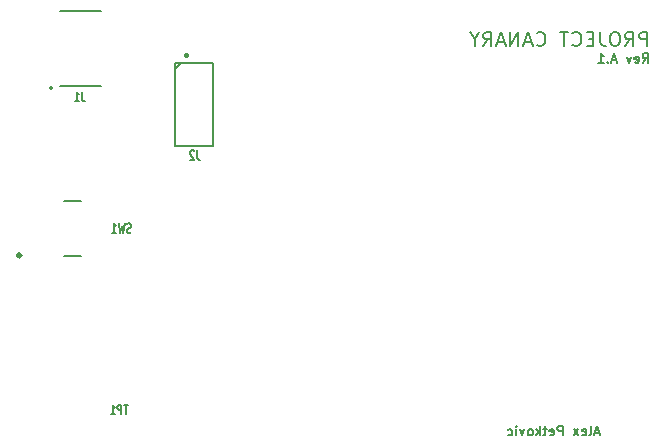
<source format=gbo>
G04 #@! TF.GenerationSoftware,KiCad,Pcbnew,(5.1.9)-1*
G04 #@! TF.CreationDate,2021-03-02T14:01:06-05:00*
G04 #@! TF.ProjectId,Canary,43616e61-7279-42e6-9b69-6361645f7063,A.1*
G04 #@! TF.SameCoordinates,Original*
G04 #@! TF.FileFunction,Legend,Bot*
G04 #@! TF.FilePolarity,Positive*
%FSLAX46Y46*%
G04 Gerber Fmt 4.6, Leading zero omitted, Abs format (unit mm)*
G04 Created by KiCad (PCBNEW (5.1.9)-1) date 2021-03-02 14:01:06*
%MOMM*%
%LPD*%
G01*
G04 APERTURE LIST*
%ADD10C,0.150000*%
%ADD11C,0.200000*%
%ADD12C,0.300000*%
%ADD13C,0.152400*%
G04 APERTURE END LIST*
D10*
X169219047Y-82961904D02*
X169485714Y-82580952D01*
X169676190Y-82961904D02*
X169676190Y-82161904D01*
X169371428Y-82161904D01*
X169295238Y-82200000D01*
X169257142Y-82238095D01*
X169219047Y-82314285D01*
X169219047Y-82428571D01*
X169257142Y-82504761D01*
X169295238Y-82542857D01*
X169371428Y-82580952D01*
X169676190Y-82580952D01*
X168571428Y-82923809D02*
X168647619Y-82961904D01*
X168800000Y-82961904D01*
X168876190Y-82923809D01*
X168914285Y-82847619D01*
X168914285Y-82542857D01*
X168876190Y-82466666D01*
X168800000Y-82428571D01*
X168647619Y-82428571D01*
X168571428Y-82466666D01*
X168533333Y-82542857D01*
X168533333Y-82619047D01*
X168914285Y-82695238D01*
X168266666Y-82428571D02*
X168076190Y-82961904D01*
X167885714Y-82428571D01*
X167009523Y-82733333D02*
X166628571Y-82733333D01*
X167085714Y-82961904D02*
X166819047Y-82161904D01*
X166552380Y-82961904D01*
X166285714Y-82885714D02*
X166247619Y-82923809D01*
X166285714Y-82961904D01*
X166323809Y-82923809D01*
X166285714Y-82885714D01*
X166285714Y-82961904D01*
X165485714Y-82961904D02*
X165942857Y-82961904D01*
X165714285Y-82961904D02*
X165714285Y-82161904D01*
X165790476Y-82276190D01*
X165866666Y-82352380D01*
X165942857Y-82390476D01*
X165546666Y-114283333D02*
X165165714Y-114283333D01*
X165622857Y-114511904D02*
X165356190Y-113711904D01*
X165089523Y-114511904D01*
X164708571Y-114511904D02*
X164784761Y-114473809D01*
X164822857Y-114397619D01*
X164822857Y-113711904D01*
X164099047Y-114473809D02*
X164175238Y-114511904D01*
X164327619Y-114511904D01*
X164403809Y-114473809D01*
X164441904Y-114397619D01*
X164441904Y-114092857D01*
X164403809Y-114016666D01*
X164327619Y-113978571D01*
X164175238Y-113978571D01*
X164099047Y-114016666D01*
X164060952Y-114092857D01*
X164060952Y-114169047D01*
X164441904Y-114245238D01*
X163794285Y-114511904D02*
X163375238Y-113978571D01*
X163794285Y-113978571D02*
X163375238Y-114511904D01*
X162460952Y-114511904D02*
X162460952Y-113711904D01*
X162156190Y-113711904D01*
X162080000Y-113750000D01*
X162041904Y-113788095D01*
X162003809Y-113864285D01*
X162003809Y-113978571D01*
X162041904Y-114054761D01*
X162080000Y-114092857D01*
X162156190Y-114130952D01*
X162460952Y-114130952D01*
X161356190Y-114473809D02*
X161432380Y-114511904D01*
X161584761Y-114511904D01*
X161660952Y-114473809D01*
X161699047Y-114397619D01*
X161699047Y-114092857D01*
X161660952Y-114016666D01*
X161584761Y-113978571D01*
X161432380Y-113978571D01*
X161356190Y-114016666D01*
X161318095Y-114092857D01*
X161318095Y-114169047D01*
X161699047Y-114245238D01*
X161089523Y-113978571D02*
X160784761Y-113978571D01*
X160975238Y-113711904D02*
X160975238Y-114397619D01*
X160937142Y-114473809D01*
X160860952Y-114511904D01*
X160784761Y-114511904D01*
X160518095Y-114511904D02*
X160518095Y-113711904D01*
X160441904Y-114207142D02*
X160213333Y-114511904D01*
X160213333Y-113978571D02*
X160518095Y-114283333D01*
X159756190Y-114511904D02*
X159832380Y-114473809D01*
X159870476Y-114435714D01*
X159908571Y-114359523D01*
X159908571Y-114130952D01*
X159870476Y-114054761D01*
X159832380Y-114016666D01*
X159756190Y-113978571D01*
X159641904Y-113978571D01*
X159565714Y-114016666D01*
X159527619Y-114054761D01*
X159489523Y-114130952D01*
X159489523Y-114359523D01*
X159527619Y-114435714D01*
X159565714Y-114473809D01*
X159641904Y-114511904D01*
X159756190Y-114511904D01*
X159222857Y-113978571D02*
X159032380Y-114511904D01*
X158841904Y-113978571D01*
X158537142Y-114511904D02*
X158537142Y-113978571D01*
X158537142Y-113711904D02*
X158575238Y-113750000D01*
X158537142Y-113788095D01*
X158499047Y-113750000D01*
X158537142Y-113711904D01*
X158537142Y-113788095D01*
X157813333Y-114473809D02*
X157889523Y-114511904D01*
X158041904Y-114511904D01*
X158118095Y-114473809D01*
X158156190Y-114435714D01*
X158194285Y-114359523D01*
X158194285Y-114130952D01*
X158156190Y-114054761D01*
X158118095Y-114016666D01*
X158041904Y-113978571D01*
X157889523Y-113978571D01*
X157813333Y-114016666D01*
D11*
X169628571Y-81542857D02*
X169628571Y-80342857D01*
X169171428Y-80342857D01*
X169057142Y-80400000D01*
X169000000Y-80457142D01*
X168942857Y-80571428D01*
X168942857Y-80742857D01*
X169000000Y-80857142D01*
X169057142Y-80914285D01*
X169171428Y-80971428D01*
X169628571Y-80971428D01*
X167742857Y-81542857D02*
X168142857Y-80971428D01*
X168428571Y-81542857D02*
X168428571Y-80342857D01*
X167971428Y-80342857D01*
X167857142Y-80400000D01*
X167800000Y-80457142D01*
X167742857Y-80571428D01*
X167742857Y-80742857D01*
X167800000Y-80857142D01*
X167857142Y-80914285D01*
X167971428Y-80971428D01*
X168428571Y-80971428D01*
X167000000Y-80342857D02*
X166771428Y-80342857D01*
X166657142Y-80400000D01*
X166542857Y-80514285D01*
X166485714Y-80742857D01*
X166485714Y-81142857D01*
X166542857Y-81371428D01*
X166657142Y-81485714D01*
X166771428Y-81542857D01*
X167000000Y-81542857D01*
X167114285Y-81485714D01*
X167228571Y-81371428D01*
X167285714Y-81142857D01*
X167285714Y-80742857D01*
X167228571Y-80514285D01*
X167114285Y-80400000D01*
X167000000Y-80342857D01*
X165628571Y-80342857D02*
X165628571Y-81200000D01*
X165685714Y-81371428D01*
X165800000Y-81485714D01*
X165971428Y-81542857D01*
X166085714Y-81542857D01*
X165057142Y-80914285D02*
X164657142Y-80914285D01*
X164485714Y-81542857D02*
X165057142Y-81542857D01*
X165057142Y-80342857D01*
X164485714Y-80342857D01*
X163285714Y-81428571D02*
X163342857Y-81485714D01*
X163514285Y-81542857D01*
X163628571Y-81542857D01*
X163800000Y-81485714D01*
X163914285Y-81371428D01*
X163971428Y-81257142D01*
X164028571Y-81028571D01*
X164028571Y-80857142D01*
X163971428Y-80628571D01*
X163914285Y-80514285D01*
X163800000Y-80400000D01*
X163628571Y-80342857D01*
X163514285Y-80342857D01*
X163342857Y-80400000D01*
X163285714Y-80457142D01*
X162942857Y-80342857D02*
X162257142Y-80342857D01*
X162600000Y-81542857D02*
X162600000Y-80342857D01*
X160257142Y-81428571D02*
X160314285Y-81485714D01*
X160485714Y-81542857D01*
X160600000Y-81542857D01*
X160771428Y-81485714D01*
X160885714Y-81371428D01*
X160942857Y-81257142D01*
X161000000Y-81028571D01*
X161000000Y-80857142D01*
X160942857Y-80628571D01*
X160885714Y-80514285D01*
X160771428Y-80400000D01*
X160600000Y-80342857D01*
X160485714Y-80342857D01*
X160314285Y-80400000D01*
X160257142Y-80457142D01*
X159800000Y-81200000D02*
X159228571Y-81200000D01*
X159914285Y-81542857D02*
X159514285Y-80342857D01*
X159114285Y-81542857D01*
X158714285Y-81542857D02*
X158714285Y-80342857D01*
X158028571Y-81542857D01*
X158028571Y-80342857D01*
X157514285Y-81200000D02*
X156942857Y-81200000D01*
X157628571Y-81542857D02*
X157228571Y-80342857D01*
X156828571Y-81542857D01*
X155742857Y-81542857D02*
X156142857Y-80971428D01*
X156428571Y-81542857D02*
X156428571Y-80342857D01*
X155971428Y-80342857D01*
X155857142Y-80400000D01*
X155800000Y-80457142D01*
X155742857Y-80571428D01*
X155742857Y-80742857D01*
X155800000Y-80857142D01*
X155857142Y-80914285D01*
X155971428Y-80971428D01*
X156428571Y-80971428D01*
X155000000Y-80971428D02*
X155000000Y-81542857D01*
X155400000Y-80342857D02*
X155000000Y-80971428D01*
X154600000Y-80342857D01*
D12*
X116591421Y-99258579D02*
G75*
G03*
X116591421Y-99258579I-141421J0D01*
G01*
D10*
X120250000Y-94700000D02*
X121650000Y-94700000D01*
X121650000Y-99300000D02*
X120250000Y-99300000D01*
D13*
X129639400Y-90010600D02*
X129639400Y-82949400D01*
X129639400Y-82949400D02*
X132890600Y-82949400D01*
X132890600Y-82949400D02*
X132890600Y-90010600D01*
X132890600Y-90010600D02*
X129639400Y-90010600D01*
D12*
X130674400Y-82314400D02*
G75*
G03*
X130674400Y-82314400I-74400J0D01*
G01*
D10*
X130130000Y-82980000D02*
X129680000Y-83410000D01*
D11*
X119240000Y-85090000D02*
G75*
G03*
X119240000Y-85090000I-100000J0D01*
G01*
D10*
X123365000Y-84915000D02*
X119935000Y-84915000D01*
X119935000Y-78565000D02*
X123365000Y-78565000D01*
X125632142Y-111921904D02*
X125289285Y-111921904D01*
X125460714Y-112721904D02*
X125460714Y-111921904D01*
X125089285Y-112721904D02*
X125089285Y-111921904D01*
X124860714Y-111921904D01*
X124803571Y-111960000D01*
X124775000Y-111998095D01*
X124746428Y-112074285D01*
X124746428Y-112188571D01*
X124775000Y-112264761D01*
X124803571Y-112302857D01*
X124860714Y-112340952D01*
X125089285Y-112340952D01*
X124175000Y-112721904D02*
X124517857Y-112721904D01*
X124346428Y-112721904D02*
X124346428Y-111921904D01*
X124403571Y-112036190D01*
X124460714Y-112112380D01*
X124517857Y-112150476D01*
X125910000Y-97303809D02*
X125824285Y-97341904D01*
X125681428Y-97341904D01*
X125624285Y-97303809D01*
X125595714Y-97265714D01*
X125567142Y-97189523D01*
X125567142Y-97113333D01*
X125595714Y-97037142D01*
X125624285Y-96999047D01*
X125681428Y-96960952D01*
X125795714Y-96922857D01*
X125852857Y-96884761D01*
X125881428Y-96846666D01*
X125910000Y-96770476D01*
X125910000Y-96694285D01*
X125881428Y-96618095D01*
X125852857Y-96580000D01*
X125795714Y-96541904D01*
X125652857Y-96541904D01*
X125567142Y-96580000D01*
X125367142Y-96541904D02*
X125224285Y-97341904D01*
X125110000Y-96770476D01*
X124995714Y-97341904D01*
X124852857Y-96541904D01*
X124310000Y-97341904D02*
X124652857Y-97341904D01*
X124481428Y-97341904D02*
X124481428Y-96541904D01*
X124538571Y-96656190D01*
X124595714Y-96732380D01*
X124652857Y-96770476D01*
X131500000Y-90361904D02*
X131500000Y-90933333D01*
X131528571Y-91047619D01*
X131585714Y-91123809D01*
X131671428Y-91161904D01*
X131728571Y-91161904D01*
X131242857Y-90438095D02*
X131214285Y-90400000D01*
X131157142Y-90361904D01*
X131014285Y-90361904D01*
X130957142Y-90400000D01*
X130928571Y-90438095D01*
X130900000Y-90514285D01*
X130900000Y-90590476D01*
X130928571Y-90704761D01*
X131271428Y-91161904D01*
X130900000Y-91161904D01*
X121750000Y-85401904D02*
X121750000Y-85973333D01*
X121778571Y-86087619D01*
X121835714Y-86163809D01*
X121921428Y-86201904D01*
X121978571Y-86201904D01*
X121150000Y-86201904D02*
X121492857Y-86201904D01*
X121321428Y-86201904D02*
X121321428Y-85401904D01*
X121378571Y-85516190D01*
X121435714Y-85592380D01*
X121492857Y-85630476D01*
M02*

</source>
